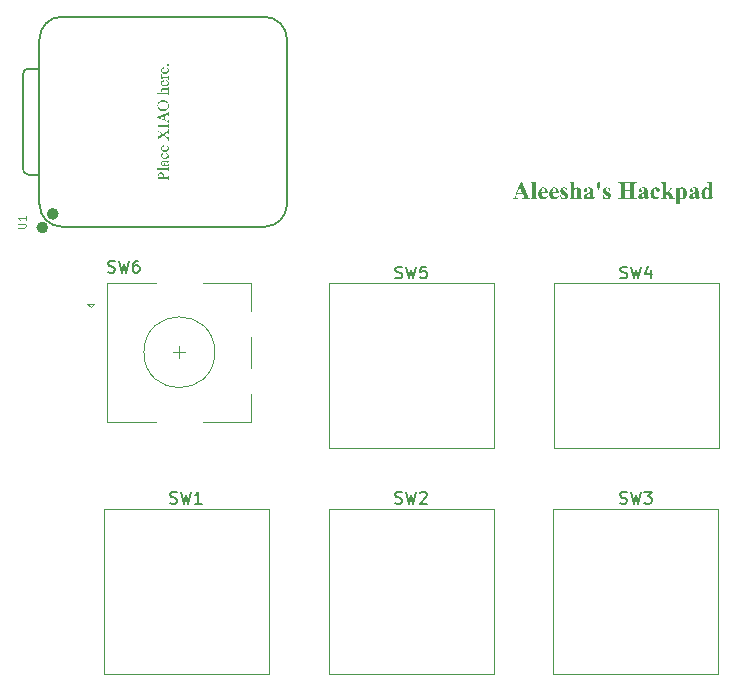
<source format=gto>
G04 #@! TF.GenerationSoftware,KiCad,Pcbnew,9.0.2*
G04 #@! TF.CreationDate,2025-08-01T12:28:15-04:00*
G04 #@! TF.ProjectId,hackpad,6861636b-7061-4642-9e6b-696361645f70,rev?*
G04 #@! TF.SameCoordinates,Original*
G04 #@! TF.FileFunction,Legend,Top*
G04 #@! TF.FilePolarity,Positive*
%FSLAX46Y46*%
G04 Gerber Fmt 4.6, Leading zero omitted, Abs format (unit mm)*
G04 Created by KiCad (PCBNEW 9.0.2) date 2025-08-01 12:28:15*
%MOMM*%
%LPD*%
G01*
G04 APERTURE LIST*
%ADD10C,0.300000*%
%ADD11C,0.150000*%
%ADD12C,0.101600*%
%ADD13C,0.120000*%
%ADD14C,0.127000*%
%ADD15C,0.100000*%
%ADD16C,0.504000*%
G04 APERTURE END LIST*
D10*
G36*
X79374997Y-49071590D02*
G01*
X79448085Y-49219583D01*
X79492875Y-49279685D01*
X79533008Y-49304581D01*
X79591243Y-49317329D01*
X79591243Y-49352500D01*
X78919057Y-49352500D01*
X78919057Y-49317329D01*
X78946717Y-49317329D01*
X79020885Y-49310394D01*
X79060473Y-49294156D01*
X79077191Y-49273979D01*
X79083005Y-49245613D01*
X79076868Y-49206595D01*
X79046093Y-49127552D01*
X78972363Y-48953895D01*
X78481526Y-48953895D01*
X78423091Y-49093114D01*
X78400651Y-49159189D01*
X78394423Y-49205771D01*
X78399907Y-49242355D01*
X78415409Y-49270571D01*
X78441501Y-49292507D01*
X78479492Y-49305050D01*
X78577880Y-49317329D01*
X78577880Y-49352500D01*
X78115711Y-49352500D01*
X78115711Y-49317329D01*
X78163324Y-49304964D01*
X78203889Y-49283997D01*
X78238627Y-49254222D01*
X78285604Y-49186990D01*
X78357512Y-49040632D01*
X78430682Y-48877691D01*
X78517430Y-48877691D01*
X78937466Y-48877691D01*
X78730562Y-48407829D01*
X78517430Y-48877691D01*
X78430682Y-48877691D01*
X78854485Y-47933937D01*
X78873994Y-47933937D01*
X79374997Y-49071590D01*
G37*
G36*
X80060373Y-47963246D02*
G01*
X80060373Y-49153197D01*
X80067968Y-49246082D01*
X80083912Y-49284631D01*
X80114992Y-49305677D01*
X80176144Y-49317329D01*
X80176144Y-49352500D01*
X79658654Y-49352500D01*
X79658654Y-49317329D01*
X79715909Y-49306156D01*
X79752902Y-49279959D01*
X79766565Y-49245717D01*
X79773418Y-49153197D01*
X79773418Y-48162548D01*
X79765805Y-48069984D01*
X79749788Y-48031390D01*
X79718881Y-48010153D01*
X79658654Y-47998417D01*
X79658654Y-47963246D01*
X80060373Y-47963246D01*
G37*
G36*
X80782002Y-48375074D02*
G01*
X80846439Y-48396868D01*
X80907026Y-48433685D01*
X80964743Y-48487422D01*
X81009341Y-48549549D01*
X81044184Y-48627178D01*
X81068382Y-48723523D01*
X81080056Y-48842520D01*
X80554415Y-48842520D01*
X80565144Y-48936593D01*
X80586241Y-49016028D01*
X80616629Y-49083094D01*
X80655898Y-49139642D01*
X80707535Y-49187159D01*
X80763525Y-49214406D01*
X80825983Y-49223539D01*
X80884691Y-49214909D01*
X80937632Y-49189101D01*
X80985662Y-49145429D01*
X81045252Y-49065270D01*
X81080056Y-49088717D01*
X81021951Y-49191634D01*
X80964572Y-49265182D01*
X80907865Y-49315222D01*
X80842320Y-49351965D01*
X80770178Y-49374181D01*
X80689695Y-49381809D01*
X80605772Y-49374770D01*
X80533322Y-49354670D01*
X80470269Y-49322249D01*
X80415089Y-49277167D01*
X80366928Y-49218044D01*
X80319239Y-49126259D01*
X80289376Y-49018320D01*
X80278818Y-48890606D01*
X80287772Y-48771495D01*
X80296462Y-48736733D01*
X80549286Y-48736733D01*
X80549286Y-48772178D01*
X80827998Y-48772178D01*
X80822386Y-48621862D01*
X80810046Y-48548422D01*
X80786216Y-48493539D01*
X80754267Y-48456281D01*
X80730040Y-48442900D01*
X80696839Y-48438054D01*
X80663999Y-48443601D01*
X80635404Y-48460195D01*
X80609736Y-48489712D01*
X80577808Y-48552695D01*
X80556941Y-48633522D01*
X80549286Y-48736733D01*
X80296462Y-48736733D01*
X80313098Y-48670188D01*
X80353374Y-48583643D01*
X80408419Y-48509495D01*
X80478115Y-48445883D01*
X80551111Y-48402259D01*
X80628569Y-48376431D01*
X80712226Y-48367712D01*
X80782002Y-48375074D01*
G37*
G36*
X81714033Y-48375074D02*
G01*
X81778470Y-48396868D01*
X81839057Y-48433685D01*
X81896774Y-48487422D01*
X81941372Y-48549549D01*
X81976215Y-48627178D01*
X82000412Y-48723523D01*
X82012087Y-48842520D01*
X81486446Y-48842520D01*
X81497175Y-48936593D01*
X81518271Y-49016028D01*
X81548660Y-49083094D01*
X81587929Y-49139642D01*
X81639566Y-49187159D01*
X81695556Y-49214406D01*
X81758013Y-49223539D01*
X81816721Y-49214909D01*
X81869663Y-49189101D01*
X81917693Y-49145429D01*
X81977282Y-49065270D01*
X82012087Y-49088717D01*
X81953982Y-49191634D01*
X81896602Y-49265182D01*
X81839896Y-49315222D01*
X81774351Y-49351965D01*
X81702209Y-49374181D01*
X81621726Y-49381809D01*
X81537803Y-49374770D01*
X81465353Y-49354670D01*
X81402300Y-49322249D01*
X81347120Y-49277167D01*
X81298959Y-49218044D01*
X81251270Y-49126259D01*
X81221407Y-49018320D01*
X81210848Y-48890606D01*
X81219802Y-48771495D01*
X81228493Y-48736733D01*
X81481317Y-48736733D01*
X81481317Y-48772178D01*
X81760028Y-48772178D01*
X81754417Y-48621862D01*
X81742076Y-48548422D01*
X81718247Y-48493539D01*
X81686297Y-48456281D01*
X81662071Y-48442900D01*
X81628870Y-48438054D01*
X81596029Y-48443601D01*
X81567435Y-48460195D01*
X81541767Y-48489712D01*
X81509839Y-48552695D01*
X81488972Y-48633522D01*
X81481317Y-48736733D01*
X81228493Y-48736733D01*
X81245129Y-48670188D01*
X81285404Y-48583643D01*
X81340450Y-48509495D01*
X81410145Y-48445883D01*
X81483142Y-48402259D01*
X81560600Y-48376431D01*
X81644257Y-48367712D01*
X81714033Y-48375074D01*
G37*
G36*
X82738221Y-48373574D02*
G01*
X82753608Y-48701837D01*
X82718712Y-48701837D01*
X82671642Y-48602019D01*
X82628529Y-48535411D01*
X82589111Y-48493833D01*
X82542126Y-48461590D01*
X82497967Y-48443741D01*
X82455388Y-48438054D01*
X82416316Y-48445192D01*
X82383580Y-48466448D01*
X82361132Y-48497374D01*
X82353905Y-48531844D01*
X82358810Y-48558524D01*
X82374421Y-48585424D01*
X82423573Y-48632204D01*
X82557786Y-48730138D01*
X82656824Y-48803094D01*
X82719759Y-48860081D01*
X82756081Y-48904253D01*
X82782557Y-48953802D01*
X82798414Y-49006847D01*
X82803800Y-49064446D01*
X82793988Y-49143315D01*
X82763775Y-49222165D01*
X82733186Y-49270053D01*
X82695815Y-49309238D01*
X82651118Y-49340593D01*
X82575069Y-49371370D01*
X82490284Y-49381809D01*
X82416978Y-49372894D01*
X82306827Y-49340043D01*
X82264787Y-49329052D01*
X82235545Y-49339381D01*
X82208458Y-49375947D01*
X82174661Y-49375947D01*
X82158266Y-49030099D01*
X82193071Y-49030099D01*
X82229881Y-49120666D01*
X82272232Y-49189735D01*
X82319558Y-49241125D01*
X82376141Y-49282513D01*
X82426234Y-49304636D01*
X82471782Y-49311467D01*
X82517105Y-49303626D01*
X82552199Y-49281058D01*
X82575641Y-49247405D01*
X82583432Y-49207419D01*
X82575656Y-49161075D01*
X82552657Y-49121873D01*
X82511211Y-49083161D01*
X82415362Y-49012697D01*
X82274645Y-48906599D01*
X82212488Y-48845726D01*
X82174517Y-48786631D01*
X82152320Y-48724953D01*
X82144894Y-48659247D01*
X82153276Y-48587849D01*
X82178306Y-48521307D01*
X82221189Y-48457930D01*
X82262362Y-48419389D01*
X82311671Y-48391480D01*
X82370774Y-48373948D01*
X82442015Y-48367712D01*
X82518137Y-48376983D01*
X82592683Y-48405265D01*
X82619552Y-48417247D01*
X82637745Y-48420469D01*
X82667421Y-48413416D01*
X82703325Y-48373574D01*
X82738221Y-48373574D01*
G37*
G36*
X83340341Y-47963246D02*
G01*
X83340341Y-48521677D01*
X83420096Y-48446336D01*
X83484780Y-48402609D01*
X83552054Y-48376331D01*
X83621067Y-48367712D01*
X83679399Y-48373644D01*
X83730287Y-48390778D01*
X83775307Y-48419003D01*
X83829235Y-48475734D01*
X83860303Y-48539537D01*
X83874950Y-48620624D01*
X83881369Y-48772911D01*
X83881369Y-49147336D01*
X83888183Y-49245659D01*
X83901885Y-49283257D01*
X83929473Y-49303770D01*
X83984867Y-49317329D01*
X83984867Y-49352500D01*
X83499159Y-49352500D01*
X83499159Y-49317329D01*
X83544972Y-49303029D01*
X83576004Y-49276571D01*
X83588319Y-49240337D01*
X83594414Y-49147336D01*
X83594414Y-48721071D01*
X83591301Y-48613230D01*
X83585163Y-48572327D01*
X83572522Y-48545064D01*
X83553931Y-48525249D01*
X83530525Y-48512608D01*
X83504289Y-48508396D01*
X83464572Y-48515129D01*
X83424330Y-48536423D01*
X83386951Y-48571467D01*
X83340341Y-48634792D01*
X83340341Y-49147336D01*
X83345492Y-49239548D01*
X83355728Y-49274556D01*
X83383098Y-49301283D01*
X83435595Y-49317329D01*
X83435595Y-49352500D01*
X82949888Y-49352500D01*
X82949888Y-49317329D01*
X83003814Y-49303593D01*
X83035983Y-49278677D01*
X83047399Y-49245339D01*
X83053386Y-49147336D01*
X83053386Y-48168410D01*
X83046736Y-48070410D01*
X83033419Y-48033222D01*
X83006185Y-48012780D01*
X82949888Y-47998417D01*
X82949888Y-47963246D01*
X83340341Y-47963246D01*
G37*
G36*
X84686277Y-48374853D02*
G01*
X84756910Y-48394453D01*
X84812667Y-48424774D01*
X84861798Y-48466223D01*
X84895174Y-48507230D01*
X84915615Y-48548330D01*
X84925239Y-48604221D01*
X84929995Y-48743144D01*
X84929995Y-49109508D01*
X84935124Y-49190750D01*
X84950512Y-49215479D01*
X84974050Y-49223539D01*
X84999609Y-49217417D01*
X85028364Y-49196428D01*
X85059139Y-49214014D01*
X85004503Y-49284785D01*
X84953076Y-49328594D01*
X84895072Y-49355172D01*
X84828604Y-49364223D01*
X84775279Y-49359344D01*
X84733389Y-49345920D01*
X84700468Y-49324931D01*
X84674740Y-49295783D01*
X84655773Y-49256973D01*
X84644139Y-49205954D01*
X84549289Y-49281858D01*
X84466798Y-49330055D01*
X84394339Y-49356145D01*
X84329524Y-49364223D01*
X84277072Y-49358063D01*
X84232231Y-49340288D01*
X84193237Y-49310734D01*
X84163147Y-49272219D01*
X84145143Y-49228133D01*
X84138923Y-49176736D01*
X84148943Y-49107937D01*
X84160180Y-49084046D01*
X84419741Y-49084046D01*
X84428088Y-49127895D01*
X84453538Y-49166661D01*
X84483344Y-49186968D01*
X84525254Y-49194230D01*
X84557710Y-49188887D01*
X84596580Y-49170827D01*
X84644139Y-49135612D01*
X84644139Y-48817791D01*
X84564392Y-48870291D01*
X84503945Y-48921935D01*
X84459675Y-48972855D01*
X84429244Y-49029531D01*
X84419741Y-49084046D01*
X84160180Y-49084046D01*
X84179370Y-49043247D01*
X84233170Y-48980548D01*
X84302844Y-48927595D01*
X84431429Y-48852528D01*
X84644139Y-48748640D01*
X84644139Y-48649996D01*
X84640183Y-48548886D01*
X84632324Y-48509953D01*
X84615969Y-48483684D01*
X84587719Y-48459578D01*
X84553088Y-48443493D01*
X84513989Y-48438054D01*
X84451587Y-48446124D01*
X84404354Y-48468463D01*
X84383904Y-48489687D01*
X84377701Y-48512518D01*
X84383620Y-48534734D01*
X84406369Y-48567106D01*
X84436442Y-48613469D01*
X84445295Y-48654209D01*
X84435958Y-48701793D01*
X84407834Y-48741862D01*
X84365644Y-48768640D01*
X84310015Y-48778040D01*
X84250078Y-48768063D01*
X84201938Y-48739114D01*
X84168995Y-48696112D01*
X84158432Y-48647798D01*
X84164571Y-48600558D01*
X84183425Y-48553947D01*
X84216776Y-48506748D01*
X84259197Y-48466691D01*
X84312856Y-48432242D01*
X84379716Y-48403616D01*
X84486085Y-48376728D01*
X84596970Y-48367712D01*
X84686277Y-48374853D01*
G37*
G36*
X85414695Y-48613909D02*
G01*
X85365511Y-48613909D01*
X85257891Y-48223273D01*
X85242236Y-48151756D01*
X85237375Y-48089367D01*
X85242375Y-48046816D01*
X85256825Y-48010314D01*
X85280881Y-47978450D01*
X85312247Y-47953672D01*
X85347530Y-47938976D01*
X85388042Y-47933937D01*
X85434341Y-47939561D01*
X85470982Y-47955331D01*
X85500241Y-47981015D01*
X85530111Y-48030748D01*
X85539717Y-48083230D01*
X85534877Y-48134606D01*
X85516178Y-48222266D01*
X85414695Y-48613909D01*
G37*
G36*
X86353504Y-48373574D02*
G01*
X86368891Y-48701837D01*
X86333995Y-48701837D01*
X86286924Y-48602019D01*
X86243812Y-48535411D01*
X86204393Y-48493833D01*
X86157408Y-48461590D01*
X86113250Y-48443741D01*
X86070670Y-48438054D01*
X86031598Y-48445192D01*
X85998863Y-48466448D01*
X85976414Y-48497374D01*
X85969187Y-48531844D01*
X85974093Y-48558524D01*
X85989704Y-48585424D01*
X86038855Y-48632204D01*
X86173069Y-48730138D01*
X86272107Y-48803094D01*
X86335041Y-48860081D01*
X86371364Y-48904253D01*
X86397840Y-48953802D01*
X86413697Y-49006847D01*
X86419083Y-49064446D01*
X86409271Y-49143315D01*
X86379057Y-49222165D01*
X86348469Y-49270053D01*
X86311098Y-49309238D01*
X86266400Y-49340593D01*
X86190352Y-49371370D01*
X86105567Y-49381809D01*
X86032261Y-49372894D01*
X85922110Y-49340043D01*
X85880069Y-49329052D01*
X85850828Y-49339381D01*
X85823741Y-49375947D01*
X85789944Y-49375947D01*
X85773549Y-49030099D01*
X85808353Y-49030099D01*
X85845164Y-49120666D01*
X85887515Y-49189735D01*
X85934841Y-49241125D01*
X85991424Y-49282513D01*
X86041516Y-49304636D01*
X86087065Y-49311467D01*
X86132387Y-49303626D01*
X86167482Y-49281058D01*
X86190923Y-49247405D01*
X86198715Y-49207419D01*
X86190939Y-49161075D01*
X86167940Y-49121873D01*
X86126493Y-49083161D01*
X86030645Y-49012697D01*
X85889928Y-48906599D01*
X85827771Y-48845726D01*
X85789799Y-48786631D01*
X85767603Y-48724953D01*
X85760177Y-48659247D01*
X85768559Y-48587849D01*
X85793589Y-48521307D01*
X85836472Y-48457930D01*
X85877645Y-48419389D01*
X85926953Y-48391480D01*
X85986056Y-48373948D01*
X86057298Y-48367712D01*
X86133420Y-48376983D01*
X86207965Y-48405265D01*
X86234834Y-48417247D01*
X86253028Y-48420469D01*
X86282704Y-48413416D01*
X86318607Y-48373574D01*
X86353504Y-48373574D01*
G37*
G36*
X87591906Y-48684251D02*
G01*
X87591906Y-49112165D01*
X87595857Y-49211582D01*
X87603630Y-49249002D01*
X87620201Y-49273682D01*
X87649792Y-49296812D01*
X87687875Y-49311678D01*
X87742574Y-49317329D01*
X87788644Y-49317329D01*
X87788644Y-49352500D01*
X87062144Y-49352500D01*
X87062144Y-49317329D01*
X87108214Y-49317329D01*
X87164991Y-49311305D01*
X87205575Y-49295255D01*
X87228531Y-49276008D01*
X87246608Y-49244697D01*
X87254034Y-49209501D01*
X87257874Y-49112165D01*
X87257874Y-48203581D01*
X87254074Y-48104161D01*
X87246608Y-48066836D01*
X87230453Y-48042104D01*
X87200996Y-48018934D01*
X87162913Y-48004068D01*
X87108214Y-47998417D01*
X87062144Y-47998417D01*
X87062144Y-47963246D01*
X87788644Y-47963246D01*
X87788644Y-47998417D01*
X87742574Y-47998417D01*
X87685865Y-48004435D01*
X87645212Y-48020491D01*
X87622046Y-48039706D01*
X87603172Y-48071049D01*
X87595746Y-48106244D01*
X87591906Y-48203581D01*
X87591906Y-48596324D01*
X88082743Y-48596324D01*
X88082743Y-48203581D01*
X88078943Y-48104161D01*
X88071477Y-48066836D01*
X88055232Y-48042143D01*
X88025315Y-48018934D01*
X87986838Y-48004053D01*
X87932076Y-47998417D01*
X87887013Y-47998417D01*
X87887013Y-47963246D01*
X88612506Y-47963246D01*
X88612506Y-47998417D01*
X88567443Y-47998417D01*
X88509918Y-48004499D01*
X88470082Y-48020491D01*
X88446915Y-48039706D01*
X88428041Y-48071049D01*
X88420615Y-48106244D01*
X88416776Y-48203581D01*
X88416776Y-49112165D01*
X88420573Y-49211594D01*
X88428041Y-49249002D01*
X88444263Y-49273625D01*
X88474112Y-49296812D01*
X88512668Y-49311696D01*
X88567443Y-49317329D01*
X88612506Y-49317329D01*
X88612506Y-49352500D01*
X87887013Y-49352500D01*
X87887013Y-49317329D01*
X87932076Y-49317329D01*
X87989600Y-49311247D01*
X88029437Y-49295255D01*
X88052603Y-49276039D01*
X88071477Y-49244697D01*
X88078903Y-49209501D01*
X88082743Y-49112165D01*
X88082743Y-48684251D01*
X87591906Y-48684251D01*
G37*
G36*
X89292209Y-48374853D02*
G01*
X89362842Y-48394453D01*
X89418599Y-48424774D01*
X89467730Y-48466223D01*
X89501106Y-48507230D01*
X89521547Y-48548330D01*
X89531170Y-48604221D01*
X89535927Y-48743144D01*
X89535927Y-49109508D01*
X89541056Y-49190750D01*
X89556443Y-49215479D01*
X89579982Y-49223539D01*
X89605541Y-49217417D01*
X89634296Y-49196428D01*
X89665070Y-49214014D01*
X89610434Y-49284785D01*
X89559008Y-49328594D01*
X89501004Y-49355172D01*
X89434535Y-49364223D01*
X89381211Y-49359344D01*
X89339321Y-49345920D01*
X89306400Y-49324931D01*
X89280672Y-49295783D01*
X89261704Y-49256973D01*
X89250071Y-49205954D01*
X89155221Y-49281858D01*
X89072729Y-49330055D01*
X89000271Y-49356145D01*
X88935456Y-49364223D01*
X88883003Y-49358063D01*
X88838162Y-49340288D01*
X88799168Y-49310734D01*
X88769079Y-49272219D01*
X88751075Y-49228133D01*
X88744855Y-49176736D01*
X88754874Y-49107937D01*
X88766111Y-49084046D01*
X89025673Y-49084046D01*
X89034020Y-49127895D01*
X89059470Y-49166661D01*
X89089276Y-49186968D01*
X89131186Y-49194230D01*
X89163642Y-49188887D01*
X89202512Y-49170827D01*
X89250071Y-49135612D01*
X89250071Y-48817791D01*
X89170324Y-48870291D01*
X89109877Y-48921935D01*
X89065607Y-48972855D01*
X89035176Y-49029531D01*
X89025673Y-49084046D01*
X88766111Y-49084046D01*
X88785301Y-49043247D01*
X88839102Y-48980548D01*
X88908775Y-48927595D01*
X89037361Y-48852528D01*
X89250071Y-48748640D01*
X89250071Y-48649996D01*
X89246115Y-48548886D01*
X89238256Y-48509953D01*
X89221901Y-48483684D01*
X89193651Y-48459578D01*
X89159020Y-48443493D01*
X89119920Y-48438054D01*
X89057518Y-48446124D01*
X89010286Y-48468463D01*
X88989835Y-48489687D01*
X88983633Y-48512518D01*
X88989552Y-48534734D01*
X89012301Y-48567106D01*
X89042373Y-48613469D01*
X89051227Y-48654209D01*
X89041890Y-48701793D01*
X89013766Y-48741862D01*
X88971576Y-48768640D01*
X88915947Y-48778040D01*
X88856009Y-48768063D01*
X88807869Y-48739114D01*
X88774926Y-48696112D01*
X88764364Y-48647798D01*
X88770503Y-48600558D01*
X88789357Y-48553947D01*
X88822707Y-48506748D01*
X88865128Y-48466691D01*
X88918788Y-48432242D01*
X88985648Y-48403616D01*
X89092017Y-48376728D01*
X89202902Y-48367712D01*
X89292209Y-48374853D01*
G37*
G36*
X90552404Y-49105387D02*
G01*
X90584187Y-49129933D01*
X90533542Y-49210180D01*
X90477421Y-49272595D01*
X90415659Y-49319618D01*
X90346274Y-49354432D01*
X90275087Y-49374954D01*
X90200970Y-49381809D01*
X90108203Y-49372419D01*
X90027788Y-49345374D01*
X89957136Y-49300950D01*
X89894597Y-49237553D01*
X89844852Y-49162593D01*
X89809212Y-49080706D01*
X89787366Y-48990593D01*
X89779834Y-48890606D01*
X89786625Y-48794015D01*
X89806447Y-48705325D01*
X89838934Y-48623259D01*
X89884339Y-48546773D01*
X89939526Y-48481365D01*
X90000811Y-48431917D01*
X90068945Y-48396736D01*
X90145296Y-48375181D01*
X90231744Y-48367712D01*
X90328155Y-48376845D01*
X90405522Y-48402244D01*
X90467866Y-48442451D01*
X90518355Y-48496651D01*
X90546397Y-48551570D01*
X90555519Y-48609146D01*
X90546303Y-48662585D01*
X90520164Y-48702295D01*
X90480189Y-48727998D01*
X90427474Y-48737008D01*
X90371720Y-48726808D01*
X90327457Y-48696982D01*
X90306614Y-48667428D01*
X90289835Y-48621771D01*
X90278822Y-48554192D01*
X90267063Y-48495474D01*
X90249146Y-48463700D01*
X90223142Y-48444311D01*
X90193734Y-48438054D01*
X90163568Y-48443460D01*
X90135960Y-48460035D01*
X90109745Y-48490261D01*
X90082352Y-48545651D01*
X90063590Y-48623793D01*
X90056439Y-48731695D01*
X90067286Y-48864301D01*
X90099487Y-48990074D01*
X90133719Y-49069046D01*
X90173144Y-49129158D01*
X90217364Y-49173714D01*
X90256852Y-49197978D01*
X90300830Y-49212633D01*
X90350538Y-49217677D01*
X90399377Y-49211833D01*
X90445792Y-49194230D01*
X90491065Y-49163509D01*
X90552404Y-49105387D01*
G37*
G36*
X91091967Y-47963246D02*
G01*
X91091967Y-48871646D01*
X91314351Y-48654301D01*
X91375271Y-48592670D01*
X91399897Y-48560420D01*
X91412833Y-48530843D01*
X91416841Y-48503817D01*
X91411280Y-48479073D01*
X91394218Y-48458479D01*
X91365622Y-48444264D01*
X91306107Y-48432192D01*
X91306107Y-48397021D01*
X91735486Y-48397021D01*
X91735486Y-48432192D01*
X91676817Y-48441101D01*
X91627867Y-48460677D01*
X91572928Y-48500673D01*
X91447524Y-48613909D01*
X91343019Y-48716674D01*
X91568424Y-49050982D01*
X91693553Y-49231807D01*
X91730357Y-49278128D01*
X91769346Y-49305270D01*
X91818468Y-49317329D01*
X91818468Y-49352500D01*
X91323601Y-49352500D01*
X91323601Y-49317329D01*
X91353558Y-49313760D01*
X91371229Y-49304872D01*
X91382637Y-49291298D01*
X91386066Y-49277761D01*
X91378335Y-49250197D01*
X91343019Y-49189284D01*
X91153425Y-48907184D01*
X91091967Y-48968550D01*
X91091967Y-49147336D01*
X91098752Y-49245667D01*
X91112392Y-49283257D01*
X91140113Y-49303727D01*
X91196473Y-49317329D01*
X91196473Y-49352500D01*
X90701606Y-49352500D01*
X90701606Y-49317329D01*
X90755532Y-49303593D01*
X90787702Y-49278677D01*
X90799118Y-49245339D01*
X90805104Y-49147336D01*
X90805104Y-48168410D01*
X90798455Y-48070410D01*
X90785137Y-48033222D01*
X90757903Y-48012780D01*
X90701606Y-47998417D01*
X90701606Y-47963246D01*
X91091967Y-47963246D01*
G37*
G36*
X92573613Y-48375075D02*
G01*
X92637156Y-48396983D01*
X92697559Y-48434207D01*
X92749706Y-48483039D01*
X92793578Y-48543680D01*
X92829267Y-48617939D01*
X92854086Y-48697151D01*
X92869190Y-48780979D01*
X92874330Y-48870181D01*
X92868932Y-48966141D01*
X92853230Y-49054317D01*
X92827710Y-49135703D01*
X92790665Y-49211649D01*
X92745592Y-49271958D01*
X92692430Y-49318886D01*
X92630933Y-49353941D01*
X92565658Y-49374769D01*
X92495234Y-49381809D01*
X92418636Y-49373052D01*
X92347681Y-49347004D01*
X92297927Y-49313219D01*
X92240061Y-49255779D01*
X92240061Y-49616282D01*
X92243739Y-49684500D01*
X92251785Y-49717215D01*
X92266926Y-49740518D01*
X92288147Y-49756325D01*
X92318759Y-49764784D01*
X92384501Y-49768689D01*
X92384501Y-49803860D01*
X91838343Y-49803860D01*
X91838343Y-49768689D01*
X91895724Y-49757884D01*
X91932590Y-49732694D01*
X91946302Y-49699162D01*
X91953107Y-49610420D01*
X91953107Y-48640287D01*
X92240061Y-48640287D01*
X92240061Y-49151366D01*
X92289481Y-49210653D01*
X92336700Y-49248554D01*
X92382605Y-49269545D01*
X92428647Y-49276296D01*
X92462427Y-49270179D01*
X92492352Y-49251619D01*
X92519781Y-49217952D01*
X92545696Y-49156722D01*
X92565170Y-49053372D01*
X92573087Y-48890239D01*
X92564504Y-48723286D01*
X92543252Y-48616061D01*
X92514651Y-48551261D01*
X92484901Y-48516977D01*
X92450642Y-48497435D01*
X92410146Y-48490811D01*
X92364232Y-48498811D01*
X92321504Y-48523430D01*
X92280218Y-48568335D01*
X92240061Y-48640287D01*
X91953107Y-48640287D01*
X91953107Y-48596324D01*
X91945484Y-48503448D01*
X91929476Y-48464890D01*
X91898591Y-48443812D01*
X91838343Y-48432192D01*
X91838343Y-48397021D01*
X92240061Y-48397021D01*
X92240061Y-48523051D01*
X92293265Y-48456927D01*
X92342552Y-48416439D01*
X92394133Y-48389262D01*
X92448124Y-48373139D01*
X92505492Y-48367712D01*
X92573613Y-48375075D01*
G37*
G36*
X93606514Y-48374853D02*
G01*
X93677148Y-48394453D01*
X93732904Y-48424774D01*
X93782035Y-48466223D01*
X93815411Y-48507230D01*
X93835853Y-48548330D01*
X93845476Y-48604221D01*
X93850232Y-48743144D01*
X93850232Y-49109508D01*
X93855362Y-49190750D01*
X93870749Y-49215479D01*
X93894288Y-49223539D01*
X93919847Y-49217417D01*
X93948601Y-49196428D01*
X93979376Y-49214014D01*
X93924740Y-49284785D01*
X93873313Y-49328594D01*
X93815309Y-49355172D01*
X93748841Y-49364223D01*
X93695517Y-49359344D01*
X93653627Y-49345920D01*
X93620705Y-49324931D01*
X93594977Y-49295783D01*
X93576010Y-49256973D01*
X93564377Y-49205954D01*
X93469526Y-49281858D01*
X93387035Y-49330055D01*
X93314577Y-49356145D01*
X93249761Y-49364223D01*
X93197309Y-49358063D01*
X93152468Y-49340288D01*
X93113474Y-49310734D01*
X93083385Y-49272219D01*
X93065381Y-49228133D01*
X93059160Y-49176736D01*
X93069180Y-49107937D01*
X93080417Y-49084046D01*
X93339979Y-49084046D01*
X93348325Y-49127895D01*
X93373776Y-49166661D01*
X93403581Y-49186968D01*
X93445491Y-49194230D01*
X93477948Y-49188887D01*
X93516817Y-49170827D01*
X93564377Y-49135612D01*
X93564377Y-48817791D01*
X93484630Y-48870291D01*
X93424182Y-48921935D01*
X93379912Y-48972855D01*
X93349481Y-49029531D01*
X93339979Y-49084046D01*
X93080417Y-49084046D01*
X93099607Y-49043247D01*
X93153408Y-48980548D01*
X93223081Y-48927595D01*
X93351666Y-48852528D01*
X93564377Y-48748640D01*
X93564377Y-48649996D01*
X93560421Y-48548886D01*
X93552561Y-48509953D01*
X93536207Y-48483684D01*
X93507957Y-48459578D01*
X93473326Y-48443493D01*
X93434226Y-48438054D01*
X93371824Y-48446124D01*
X93324591Y-48468463D01*
X93304141Y-48489687D01*
X93297938Y-48512518D01*
X93303858Y-48534734D01*
X93326606Y-48567106D01*
X93356679Y-48613469D01*
X93365532Y-48654209D01*
X93356196Y-48701793D01*
X93328072Y-48741862D01*
X93285881Y-48768640D01*
X93230252Y-48778040D01*
X93170315Y-48768063D01*
X93122175Y-48739114D01*
X93089232Y-48696112D01*
X93078669Y-48647798D01*
X93084808Y-48600558D01*
X93103662Y-48553947D01*
X93137013Y-48506748D01*
X93179434Y-48466691D01*
X93233094Y-48432242D01*
X93299953Y-48403616D01*
X93406323Y-48376728D01*
X93517207Y-48367712D01*
X93606514Y-48374853D01*
G37*
G36*
X95016278Y-49071132D02*
G01*
X95018467Y-49170248D01*
X95022415Y-49201008D01*
X95034742Y-49230525D01*
X95053647Y-49250284D01*
X95081552Y-49262392D01*
X95134156Y-49270434D01*
X95134156Y-49305605D01*
X94729415Y-49381809D01*
X94729415Y-49230134D01*
X94655847Y-49308622D01*
X94599814Y-49350118D01*
X94539994Y-49373695D01*
X94471220Y-49381809D01*
X94384021Y-49371504D01*
X94308235Y-49341563D01*
X94241119Y-49291444D01*
X94181243Y-49218044D01*
X94134590Y-49125781D01*
X94105430Y-49018097D01*
X94095147Y-48891613D01*
X94097849Y-48847375D01*
X94395382Y-48847375D01*
X94403285Y-49018280D01*
X94422035Y-49117935D01*
X94455544Y-49197000D01*
X94494759Y-49244972D01*
X94521450Y-49259292D01*
X94559330Y-49264572D01*
X94599073Y-49257402D01*
X94639667Y-49234474D01*
X94682822Y-49191295D01*
X94729415Y-49120774D01*
X94729415Y-48608047D01*
X94685251Y-48541434D01*
X94640199Y-48498912D01*
X94593661Y-48475151D01*
X94543943Y-48467363D01*
X94508697Y-48472740D01*
X94481478Y-48487971D01*
X94449211Y-48528268D01*
X94419471Y-48600628D01*
X94402512Y-48691874D01*
X94395382Y-48847375D01*
X94097849Y-48847375D01*
X94101371Y-48789701D01*
X94119340Y-48697902D01*
X94148361Y-48614825D01*
X94189730Y-48537737D01*
X94238362Y-48476952D01*
X94294357Y-48430177D01*
X94358473Y-48395166D01*
X94424537Y-48374587D01*
X94493751Y-48367712D01*
X94559625Y-48374475D01*
X94615659Y-48393816D01*
X94667714Y-48427196D01*
X94729415Y-48484949D01*
X94729415Y-48197719D01*
X94726182Y-48093985D01*
X94720164Y-48059508D01*
X94704458Y-48032042D01*
X94683253Y-48013438D01*
X94653021Y-48003070D01*
X94591113Y-47998417D01*
X94591113Y-47963246D01*
X95016278Y-47963246D01*
X95016278Y-49071132D01*
G37*
D11*
G36*
X48370717Y-47088388D02*
G01*
X48419156Y-47102605D01*
X48461829Y-47125739D01*
X48499689Y-47158240D01*
X48529565Y-47197462D01*
X48551666Y-47244626D01*
X48565734Y-47301333D01*
X48570764Y-47369632D01*
X48566001Y-47442111D01*
X48551652Y-47525398D01*
X48821113Y-47525398D01*
X48880481Y-47522327D01*
X48913409Y-47515183D01*
X48929556Y-47506286D01*
X48945669Y-47487009D01*
X48955869Y-47461477D01*
X48959598Y-47427701D01*
X48959598Y-47392225D01*
X48985000Y-47392225D01*
X48985000Y-47789119D01*
X48959598Y-47789119D01*
X48959598Y-47754254D01*
X48954876Y-47717097D01*
X48942002Y-47689949D01*
X48921374Y-47670234D01*
X48892808Y-47661065D01*
X48820990Y-47656557D01*
X48222840Y-47656557D01*
X48163357Y-47659528D01*
X48130398Y-47666433D01*
X48114274Y-47674997D01*
X48098130Y-47694714D01*
X48087942Y-47720502D01*
X48084232Y-47754254D01*
X48084232Y-47789119D01*
X48058831Y-47789119D01*
X48058831Y-47449561D01*
X48059383Y-47435944D01*
X48112564Y-47435944D01*
X48115422Y-47472932D01*
X48125570Y-47525398D01*
X48512145Y-47525398D01*
X48522404Y-47461223D01*
X48525823Y-47413352D01*
X48519748Y-47368356D01*
X48501728Y-47327975D01*
X48470685Y-47290803D01*
X48431164Y-47262607D01*
X48384204Y-47245300D01*
X48327742Y-47239207D01*
X48269264Y-47245435D01*
X48215757Y-47263814D01*
X48183565Y-47282881D01*
X48158008Y-47306020D01*
X48138271Y-47333484D01*
X48119153Y-47380990D01*
X48112564Y-47435944D01*
X48059383Y-47435944D01*
X48062203Y-47366321D01*
X48071224Y-47302153D01*
X48084476Y-47253556D01*
X48105442Y-47208302D01*
X48134073Y-47168199D01*
X48170938Y-47132656D01*
X48213696Y-47105457D01*
X48261308Y-47089075D01*
X48315163Y-47083441D01*
X48370717Y-47088388D01*
G37*
G36*
X48011936Y-46775756D02*
G01*
X48842667Y-46775756D01*
X48896515Y-46773020D01*
X48920642Y-46767207D01*
X48937514Y-46756308D01*
X48949706Y-46740890D01*
X48956527Y-46719133D01*
X48959598Y-46674639D01*
X48985000Y-46674639D01*
X48985000Y-46981347D01*
X48959598Y-46981347D01*
X48956848Y-46941912D01*
X48950744Y-46922668D01*
X48939323Y-46908972D01*
X48921313Y-46898060D01*
X48896075Y-46891954D01*
X48842667Y-46889146D01*
X48273825Y-46889146D01*
X48177674Y-46890802D01*
X48143583Y-46893969D01*
X48121862Y-46900794D01*
X48110427Y-46909296D01*
X48103840Y-46921027D01*
X48101512Y-46936284D01*
X48103891Y-46954938D01*
X48112442Y-46981347D01*
X48088506Y-46993010D01*
X48011936Y-46806469D01*
X48011936Y-46775756D01*
G37*
G36*
X48944323Y-46070582D02*
G01*
X48975231Y-46108486D01*
X48991652Y-46142411D01*
X48996723Y-46173758D01*
X48990777Y-46204178D01*
X48973520Y-46227064D01*
X48945296Y-46241213D01*
X48894263Y-46247581D01*
X48960154Y-46336081D01*
X48980359Y-46368481D01*
X48992601Y-46406401D01*
X48996723Y-46447005D01*
X48991644Y-46488377D01*
X48976985Y-46523524D01*
X48952515Y-46553922D01*
X48920738Y-46576824D01*
X48882540Y-46590940D01*
X48836133Y-46595932D01*
X48792830Y-46590619D01*
X48757182Y-46575477D01*
X48728954Y-46554055D01*
X48699990Y-46522405D01*
X48670109Y-46478146D01*
X48629455Y-46396402D01*
X48570764Y-46247581D01*
X48612773Y-46247581D01*
X48670109Y-46380754D01*
X48702257Y-46429245D01*
X48732208Y-46457996D01*
X48766242Y-46475451D01*
X48802978Y-46481199D01*
X48834234Y-46477776D01*
X48860777Y-46467964D01*
X48883639Y-46451829D01*
X48901815Y-46430646D01*
X48912188Y-46408343D01*
X48915635Y-46384174D01*
X48909925Y-46351202D01*
X48889591Y-46307025D01*
X48848162Y-46247581D01*
X48612773Y-46247581D01*
X48570764Y-46247581D01*
X48546095Y-46247581D01*
X48483506Y-46251827D01*
X48442632Y-46262485D01*
X48417196Y-46277317D01*
X48398231Y-46299331D01*
X48386450Y-46327495D01*
X48382208Y-46363718D01*
X48388324Y-46403283D01*
X48405289Y-46431984D01*
X48430641Y-46451704D01*
X48458290Y-46457935D01*
X48497735Y-46456592D01*
X48526341Y-46460918D01*
X48545973Y-46472650D01*
X48558588Y-46490896D01*
X48562948Y-46514660D01*
X48558456Y-46537785D01*
X48545240Y-46555998D01*
X48525075Y-46567779D01*
X48496880Y-46572057D01*
X48460425Y-46565932D01*
X48424982Y-46546862D01*
X48389230Y-46511974D01*
X48363182Y-46469219D01*
X48346355Y-46414098D01*
X48340198Y-46343202D01*
X48343687Y-46288127D01*
X48353334Y-46243161D01*
X48368225Y-46206548D01*
X48384851Y-46182210D01*
X48406679Y-46162520D01*
X48434476Y-46147136D01*
X48471506Y-46138801D01*
X48554766Y-46134863D01*
X48767257Y-46134863D01*
X48876922Y-46131443D01*
X48894948Y-46126403D01*
X48903911Y-46120208D01*
X48910750Y-46102073D01*
X48905926Y-46082900D01*
X48856100Y-46027579D01*
X48894324Y-46027579D01*
X48944323Y-46070582D01*
G37*
G36*
X48748328Y-45449273D02*
G01*
X48809264Y-45465925D01*
X48860317Y-45488206D01*
X48902896Y-45515703D01*
X48938105Y-45548374D01*
X48975680Y-45600490D01*
X48997344Y-45654412D01*
X49004539Y-45711590D01*
X48999062Y-45762599D01*
X48982806Y-45809903D01*
X48955255Y-45854597D01*
X48914902Y-45897398D01*
X48868177Y-45930920D01*
X48813338Y-45955573D01*
X48748843Y-45971137D01*
X48672735Y-45976654D01*
X48599764Y-45970748D01*
X48536478Y-45953866D01*
X48481178Y-45926653D01*
X48432583Y-45888910D01*
X48391569Y-45841975D01*
X48363081Y-45791823D01*
X48346012Y-45737615D01*
X48340198Y-45678129D01*
X48345984Y-45618374D01*
X48362357Y-45568508D01*
X48388742Y-45526515D01*
X48424063Y-45491494D01*
X48457227Y-45472868D01*
X48489614Y-45467042D01*
X48513230Y-45471342D01*
X48531379Y-45483772D01*
X48543054Y-45503032D01*
X48547316Y-45530545D01*
X48540496Y-45566702D01*
X48521427Y-45591361D01*
X48503451Y-45600180D01*
X48466960Y-45606749D01*
X48430563Y-45615955D01*
X48405594Y-45634409D01*
X48390659Y-45661627D01*
X48385139Y-45700660D01*
X48390941Y-45743817D01*
X48407683Y-45779891D01*
X48435881Y-45810630D01*
X48483530Y-45840465D01*
X48541818Y-45859236D01*
X48613506Y-45865951D01*
X48686825Y-45859613D01*
X48752512Y-45841210D01*
X48812015Y-45810997D01*
X48850746Y-45779978D01*
X48877051Y-45745461D01*
X48892687Y-45706743D01*
X48898049Y-45662436D01*
X48893012Y-45619435D01*
X48878026Y-45579706D01*
X48852437Y-45542207D01*
X48829244Y-45519963D01*
X48792749Y-45495656D01*
X48738803Y-45469118D01*
X48748328Y-45449273D01*
G37*
G36*
X48816496Y-44837147D02*
G01*
X48873190Y-44864588D01*
X48927419Y-44905100D01*
X48961461Y-44942185D01*
X48985240Y-44982773D01*
X48999604Y-45027644D01*
X49004539Y-45077963D01*
X48999047Y-45132316D01*
X48982896Y-45181894D01*
X48955850Y-45227856D01*
X48916734Y-45270976D01*
X48870760Y-45305054D01*
X48817115Y-45329989D01*
X48754339Y-45345667D01*
X48680551Y-45351209D01*
X48600223Y-45345401D01*
X48533151Y-45329123D01*
X48477040Y-45303517D01*
X48430080Y-45268900D01*
X48390524Y-45224795D01*
X48362788Y-45176346D01*
X48345983Y-45122612D01*
X48343865Y-45100494D01*
X48388070Y-45100494D01*
X48392857Y-45136520D01*
X48407232Y-45169990D01*
X48432217Y-45201916D01*
X48464206Y-45226859D01*
X48504499Y-45244445D01*
X48555132Y-45254184D01*
X48555132Y-44964573D01*
X48499449Y-44970639D01*
X48470258Y-44978922D01*
X48435868Y-45000283D01*
X48409991Y-45029786D01*
X48393429Y-45064769D01*
X48388070Y-45100494D01*
X48343865Y-45100494D01*
X48340198Y-45062209D01*
X48344764Y-45010749D01*
X48357922Y-44965527D01*
X48379398Y-44925361D01*
X48409624Y-44889407D01*
X48446196Y-44860461D01*
X48488516Y-44839473D01*
X48537690Y-44826366D01*
X48595188Y-44821752D01*
X48595188Y-45254184D01*
X48665098Y-45249664D01*
X48723633Y-45236335D01*
X48772722Y-45215194D01*
X48813907Y-45186590D01*
X48849658Y-45149575D01*
X48874001Y-45110947D01*
X48888337Y-45070080D01*
X48893164Y-45026000D01*
X48889255Y-44986189D01*
X48877905Y-44950887D01*
X48859153Y-44919144D01*
X48833537Y-44892489D01*
X48795800Y-44867005D01*
X48742711Y-44842940D01*
X48756449Y-44821752D01*
X48816496Y-44837147D01*
G37*
G36*
X48472028Y-43860901D02*
G01*
X48768417Y-43662148D01*
X48878492Y-43582313D01*
X48923756Y-43539538D01*
X48941743Y-43511321D01*
X48953796Y-43477884D01*
X48959598Y-43438055D01*
X48985000Y-43438055D01*
X48985000Y-43835622D01*
X48959598Y-43835622D01*
X48956851Y-43798625D01*
X48951416Y-43776881D01*
X48943633Y-43763817D01*
X48932609Y-43753312D01*
X48919585Y-43746287D01*
X48907025Y-43744092D01*
X48875640Y-43750259D01*
X48815495Y-43787811D01*
X48577908Y-43944920D01*
X48826425Y-44138971D01*
X48879364Y-44175852D01*
X48907025Y-44181958D01*
X48926847Y-44177429D01*
X48943234Y-44163518D01*
X48953557Y-44140385D01*
X48959598Y-44093176D01*
X48985000Y-44093176D01*
X48985000Y-44421743D01*
X48959598Y-44421743D01*
X48954078Y-44388395D01*
X48945249Y-44361660D01*
X48924575Y-44320596D01*
X48897438Y-44281059D01*
X48862279Y-44242826D01*
X48805298Y-44193620D01*
X48529426Y-43975023D01*
X48262468Y-44157411D01*
X48191149Y-44210415D01*
X48146015Y-44251775D01*
X48120136Y-44283807D01*
X48101294Y-44319704D01*
X48089290Y-44359269D01*
X48084232Y-44403303D01*
X48058831Y-44403303D01*
X48058831Y-43975023D01*
X48084232Y-43975023D01*
X48090655Y-44024777D01*
X48102001Y-44049823D01*
X48119228Y-44065320D01*
X48136805Y-44069973D01*
X48163830Y-44063507D01*
X48210566Y-44037183D01*
X48422875Y-43895095D01*
X48214658Y-43730414D01*
X48164160Y-43695304D01*
X48136133Y-43688771D01*
X48122560Y-43690842D01*
X48110854Y-43696953D01*
X48098580Y-43708665D01*
X48090704Y-43722965D01*
X48086644Y-43742812D01*
X48084232Y-43787811D01*
X48058831Y-43787811D01*
X48058831Y-43459243D01*
X48084232Y-43459243D01*
X48088655Y-43496200D01*
X48096505Y-43522746D01*
X48114911Y-43558076D01*
X48138881Y-43590402D01*
X48171992Y-43623198D01*
X48237189Y-43677169D01*
X48472028Y-43860901D01*
G37*
G36*
X48959598Y-42990053D02*
G01*
X48985000Y-42990053D01*
X48985000Y-43386947D01*
X48959598Y-43386947D01*
X48959598Y-43354158D01*
X48955403Y-43317489D01*
X48944033Y-43290546D01*
X48926137Y-43270871D01*
X48896284Y-43259842D01*
X48820990Y-43254446D01*
X48222840Y-43254446D01*
X48158429Y-43257294D01*
X48129966Y-43263299D01*
X48114658Y-43273205D01*
X48100596Y-43291326D01*
X48088280Y-43322219D01*
X48084232Y-43354158D01*
X48084232Y-43386947D01*
X48058831Y-43386947D01*
X48058831Y-42990053D01*
X48084232Y-42990053D01*
X48084232Y-43023575D01*
X48088410Y-43059786D01*
X48099765Y-43086532D01*
X48117693Y-43106190D01*
X48147612Y-43117684D01*
X48222840Y-43123287D01*
X48820990Y-43123287D01*
X48885401Y-43120439D01*
X48913864Y-43114433D01*
X48929124Y-43104418D01*
X48943234Y-43085735D01*
X48955532Y-43055414D01*
X48959598Y-43023575D01*
X48959598Y-42990053D01*
G37*
G36*
X48985000Y-42326628D02*
G01*
X48959598Y-42326628D01*
X48952629Y-42276372D01*
X48941280Y-42251829D01*
X48923672Y-42237085D01*
X48903178Y-42232350D01*
X48869764Y-42237760D01*
X48808778Y-42259706D01*
X48676277Y-42315698D01*
X48676277Y-42674369D01*
X48821662Y-42737200D01*
X48872614Y-42755740D01*
X48901835Y-42760403D01*
X48921139Y-42755631D01*
X48938899Y-42740253D01*
X48950683Y-42713750D01*
X48959598Y-42653181D01*
X48985000Y-42653181D01*
X48985000Y-42944868D01*
X48959598Y-42944868D01*
X48946229Y-42892643D01*
X48933037Y-42869702D01*
X48890379Y-42837124D01*
X48800108Y-42792521D01*
X48098322Y-42491981D01*
X48251355Y-42491981D01*
X48625474Y-42653181D01*
X48625474Y-42334871D01*
X48251355Y-42491981D01*
X48098322Y-42491981D01*
X48039291Y-42466701D01*
X48039291Y-42442766D01*
X48808229Y-42120365D01*
X48891336Y-42079205D01*
X48928579Y-42049657D01*
X48943664Y-42026984D01*
X48954195Y-41998022D01*
X48959598Y-41961180D01*
X48985000Y-41961180D01*
X48985000Y-42326628D01*
G37*
G36*
X48600104Y-40994868D02*
G01*
X48675746Y-41011250D01*
X48744609Y-41037872D01*
X48807680Y-41074760D01*
X48865687Y-41122450D01*
X48916405Y-41178937D01*
X48954944Y-41238730D01*
X48982293Y-41302399D01*
X48998878Y-41370777D01*
X49004539Y-41444911D01*
X48998939Y-41520162D01*
X48982605Y-41588937D01*
X48955813Y-41652341D01*
X48918265Y-41711250D01*
X48869106Y-41766274D01*
X48812688Y-41812453D01*
X48750379Y-41848419D01*
X48681352Y-41874566D01*
X48604503Y-41890770D01*
X48518496Y-41896394D01*
X48431459Y-41890035D01*
X48353355Y-41871639D01*
X48282743Y-41841734D01*
X48218477Y-41800168D01*
X48159764Y-41746124D01*
X48116144Y-41691517D01*
X48082701Y-41633630D01*
X48058808Y-41571924D01*
X48044262Y-41505670D01*
X48040189Y-41446926D01*
X48090094Y-41446926D01*
X48096084Y-41507222D01*
X48113335Y-41559569D01*
X48141636Y-41605610D01*
X48181929Y-41646412D01*
X48240724Y-41684843D01*
X48313952Y-41714078D01*
X48404678Y-41733110D01*
X48516603Y-41740018D01*
X48609870Y-41735432D01*
X48689514Y-41722544D01*
X48757394Y-41702425D01*
X48815151Y-41675794D01*
X48864160Y-41642992D01*
X48904876Y-41602456D01*
X48933364Y-41556935D01*
X48950671Y-41505404D01*
X48956667Y-41446255D01*
X48950213Y-41383293D01*
X48931420Y-41327323D01*
X48900214Y-41276794D01*
X48855307Y-41230710D01*
X48803231Y-41196460D01*
X48735268Y-41169856D01*
X48647602Y-41152178D01*
X48535654Y-41145653D01*
X48436730Y-41150241D01*
X48354199Y-41162989D01*
X48285683Y-41182615D01*
X48229079Y-41208205D01*
X48182601Y-41239259D01*
X48142414Y-41280059D01*
X48113873Y-41327308D01*
X48096268Y-41382288D01*
X48090094Y-41446926D01*
X48040189Y-41446926D01*
X48039291Y-41433982D01*
X48044774Y-41363606D01*
X48060916Y-41298014D01*
X48087682Y-41236249D01*
X48125606Y-41177556D01*
X48175762Y-41121412D01*
X48232888Y-41073943D01*
X48294713Y-41037326D01*
X48361925Y-41010969D01*
X48435464Y-40994789D01*
X48516481Y-40989215D01*
X48600104Y-40994868D01*
G37*
G36*
X48011936Y-40358214D02*
G01*
X48470685Y-40358214D01*
X48396886Y-40284073D01*
X48363768Y-40237985D01*
X48345909Y-40192858D01*
X48340198Y-40149142D01*
X48343598Y-40114651D01*
X48353419Y-40084458D01*
X48369569Y-40057673D01*
X48391556Y-40035385D01*
X48421665Y-40016372D01*
X48461770Y-40000887D01*
X48514487Y-39991979D01*
X48621566Y-39987942D01*
X48842850Y-39987942D01*
X48897521Y-39984946D01*
X48924061Y-39978355D01*
X48938672Y-39969228D01*
X48950073Y-39955152D01*
X48956662Y-39935140D01*
X48959598Y-39895007D01*
X48985000Y-39895007D01*
X48985000Y-40202448D01*
X48959598Y-40202448D01*
X48959598Y-40188099D01*
X48955612Y-40148222D01*
X48946287Y-40127282D01*
X48930283Y-40113097D01*
X48906842Y-40103408D01*
X48842484Y-40101332D01*
X48620589Y-40101332D01*
X48526590Y-40104767D01*
X48485706Y-40111956D01*
X48456952Y-40126090D01*
X48437407Y-40145784D01*
X48425470Y-40170859D01*
X48421287Y-40201776D01*
X48425537Y-40235105D01*
X48439117Y-40271447D01*
X48463145Y-40307787D01*
X48510985Y-40358214D01*
X48842484Y-40358214D01*
X48900897Y-40355798D01*
X48922595Y-40351070D01*
X48936646Y-40341218D01*
X48948974Y-40324386D01*
X48956374Y-40301176D01*
X48959598Y-40257097D01*
X48985000Y-40257097D01*
X48985000Y-40567225D01*
X48959598Y-40567225D01*
X48955969Y-40528141D01*
X48946592Y-40501646D01*
X48937200Y-40489782D01*
X48920642Y-40479786D01*
X48896528Y-40474224D01*
X48842667Y-40471604D01*
X48275840Y-40471604D01*
X48178469Y-40473364D01*
X48143888Y-40476733D01*
X48121903Y-40483828D01*
X48110427Y-40492425D01*
X48103888Y-40504332D01*
X48101512Y-40520758D01*
X48112442Y-40567225D01*
X48088506Y-40576811D01*
X48011936Y-40389599D01*
X48011936Y-40358214D01*
G37*
G36*
X48816496Y-39320190D02*
G01*
X48873190Y-39347630D01*
X48927419Y-39388142D01*
X48961461Y-39425227D01*
X48985240Y-39465816D01*
X48999604Y-39510687D01*
X49004539Y-39561005D01*
X48999047Y-39615358D01*
X48982896Y-39664937D01*
X48955850Y-39710899D01*
X48916734Y-39754018D01*
X48870760Y-39788097D01*
X48817115Y-39813031D01*
X48754339Y-39828709D01*
X48680551Y-39834252D01*
X48600223Y-39828444D01*
X48533151Y-39812166D01*
X48477040Y-39786560D01*
X48430080Y-39751942D01*
X48390524Y-39707837D01*
X48362788Y-39659388D01*
X48345983Y-39605654D01*
X48343865Y-39583537D01*
X48388070Y-39583537D01*
X48392857Y-39619562D01*
X48407232Y-39653033D01*
X48432217Y-39684959D01*
X48464206Y-39709902D01*
X48504499Y-39727487D01*
X48555132Y-39737227D01*
X48555132Y-39447616D01*
X48499449Y-39453682D01*
X48470258Y-39461965D01*
X48435868Y-39483326D01*
X48409991Y-39512828D01*
X48393429Y-39547811D01*
X48388070Y-39583537D01*
X48343865Y-39583537D01*
X48340198Y-39545252D01*
X48344764Y-39493791D01*
X48357922Y-39448569D01*
X48379398Y-39408403D01*
X48409624Y-39372450D01*
X48446196Y-39343504D01*
X48488516Y-39322516D01*
X48537690Y-39309409D01*
X48595188Y-39304795D01*
X48595188Y-39737227D01*
X48665098Y-39732706D01*
X48723633Y-39719377D01*
X48772722Y-39698237D01*
X48813907Y-39669632D01*
X48849658Y-39632618D01*
X48874001Y-39593990D01*
X48888337Y-39553123D01*
X48893164Y-39509043D01*
X48889255Y-39469232D01*
X48877905Y-39433930D01*
X48859153Y-39402186D01*
X48833537Y-39375532D01*
X48795800Y-39350047D01*
X48742711Y-39325983D01*
X48756449Y-39304795D01*
X48816496Y-39320190D01*
G37*
G36*
X48340198Y-39038020D02*
G01*
X48480943Y-39038020D01*
X48411231Y-38992163D01*
X48369056Y-38950792D01*
X48346997Y-38912904D01*
X48340198Y-38876759D01*
X48346061Y-38842001D01*
X48362974Y-38814660D01*
X48387936Y-38796026D01*
X48415730Y-38790053D01*
X48440367Y-38794537D01*
X48460732Y-38807821D01*
X48474608Y-38827359D01*
X48479173Y-38850137D01*
X48473979Y-38873886D01*
X48455603Y-38903809D01*
X48436499Y-38932440D01*
X48432034Y-38947834D01*
X48435028Y-38959773D01*
X48445711Y-38974456D01*
X48479479Y-39003423D01*
X48537974Y-39038020D01*
X48837965Y-39038020D01*
X48886450Y-39034267D01*
X48916550Y-39025014D01*
X48933015Y-39013195D01*
X48947325Y-38993629D01*
X48956110Y-38968233D01*
X48959598Y-38928722D01*
X48985000Y-38928722D01*
X48985000Y-39249107D01*
X48959598Y-39249107D01*
X48955276Y-39204877D01*
X48944577Y-39178033D01*
X48930861Y-39163827D01*
X48909773Y-39154158D01*
X48843522Y-39150738D01*
X48601050Y-39150738D01*
X48502294Y-39152319D01*
X48470990Y-39155196D01*
X48452332Y-39161839D01*
X48440582Y-39171560D01*
X48433483Y-39184700D01*
X48430996Y-39201297D01*
X48433362Y-39222873D01*
X48441254Y-39249107D01*
X48416707Y-39255946D01*
X48340198Y-39066719D01*
X48340198Y-39038020D01*
G37*
G36*
X48816496Y-38232821D02*
G01*
X48873190Y-38260261D01*
X48927419Y-38300773D01*
X48961461Y-38337858D01*
X48985240Y-38378447D01*
X48999604Y-38423318D01*
X49004539Y-38473636D01*
X48999047Y-38527989D01*
X48982896Y-38577568D01*
X48955850Y-38623529D01*
X48916734Y-38666649D01*
X48870760Y-38700728D01*
X48817115Y-38725662D01*
X48754339Y-38741340D01*
X48680551Y-38746883D01*
X48600223Y-38741075D01*
X48533151Y-38724797D01*
X48477040Y-38699191D01*
X48430080Y-38664573D01*
X48390524Y-38620468D01*
X48362788Y-38572019D01*
X48345983Y-38518285D01*
X48343865Y-38496168D01*
X48388070Y-38496168D01*
X48392857Y-38532193D01*
X48407232Y-38565664D01*
X48432217Y-38597589D01*
X48464206Y-38622533D01*
X48504499Y-38640118D01*
X48555132Y-38649857D01*
X48555132Y-38360246D01*
X48499449Y-38366313D01*
X48470258Y-38374596D01*
X48435868Y-38395956D01*
X48409991Y-38425459D01*
X48393429Y-38460442D01*
X48388070Y-38496168D01*
X48343865Y-38496168D01*
X48340198Y-38457883D01*
X48344764Y-38406422D01*
X48357922Y-38361200D01*
X48379398Y-38321034D01*
X48409624Y-38285081D01*
X48446196Y-38256135D01*
X48488516Y-38235146D01*
X48537690Y-38222040D01*
X48595188Y-38217425D01*
X48595188Y-38649857D01*
X48665098Y-38645337D01*
X48723633Y-38632008D01*
X48772722Y-38610868D01*
X48813907Y-38582263D01*
X48849658Y-38545249D01*
X48874001Y-38506620D01*
X48888337Y-38465753D01*
X48893164Y-38421674D01*
X48889255Y-38381863D01*
X48877905Y-38346561D01*
X48859153Y-38314817D01*
X48833537Y-38288163D01*
X48795800Y-38262678D01*
X48742711Y-38238613D01*
X48756449Y-38217425D01*
X48816496Y-38232821D01*
G37*
G36*
X48852925Y-38002553D02*
G01*
X48858525Y-37972895D01*
X48875151Y-37948575D01*
X48899602Y-37932195D01*
X48928763Y-37926715D01*
X48957853Y-37932270D01*
X48982374Y-37948941D01*
X48998993Y-37973416D01*
X49004539Y-38002553D01*
X48998995Y-38031700D01*
X48982374Y-38056225D01*
X48957858Y-38072849D01*
X48928763Y-38078390D01*
X48899100Y-38072804D01*
X48874785Y-38056225D01*
X48858402Y-38031724D01*
X48852925Y-38002553D01*
G37*
X68186667Y-56033200D02*
X68329524Y-56080819D01*
X68329524Y-56080819D02*
X68567619Y-56080819D01*
X68567619Y-56080819D02*
X68662857Y-56033200D01*
X68662857Y-56033200D02*
X68710476Y-55985580D01*
X68710476Y-55985580D02*
X68758095Y-55890342D01*
X68758095Y-55890342D02*
X68758095Y-55795104D01*
X68758095Y-55795104D02*
X68710476Y-55699866D01*
X68710476Y-55699866D02*
X68662857Y-55652247D01*
X68662857Y-55652247D02*
X68567619Y-55604628D01*
X68567619Y-55604628D02*
X68377143Y-55557009D01*
X68377143Y-55557009D02*
X68281905Y-55509390D01*
X68281905Y-55509390D02*
X68234286Y-55461771D01*
X68234286Y-55461771D02*
X68186667Y-55366533D01*
X68186667Y-55366533D02*
X68186667Y-55271295D01*
X68186667Y-55271295D02*
X68234286Y-55176057D01*
X68234286Y-55176057D02*
X68281905Y-55128438D01*
X68281905Y-55128438D02*
X68377143Y-55080819D01*
X68377143Y-55080819D02*
X68615238Y-55080819D01*
X68615238Y-55080819D02*
X68758095Y-55128438D01*
X69091429Y-55080819D02*
X69329524Y-56080819D01*
X69329524Y-56080819D02*
X69520000Y-55366533D01*
X69520000Y-55366533D02*
X69710476Y-56080819D01*
X69710476Y-56080819D02*
X69948572Y-55080819D01*
X70805714Y-55080819D02*
X70329524Y-55080819D01*
X70329524Y-55080819D02*
X70281905Y-55557009D01*
X70281905Y-55557009D02*
X70329524Y-55509390D01*
X70329524Y-55509390D02*
X70424762Y-55461771D01*
X70424762Y-55461771D02*
X70662857Y-55461771D01*
X70662857Y-55461771D02*
X70758095Y-55509390D01*
X70758095Y-55509390D02*
X70805714Y-55557009D01*
X70805714Y-55557009D02*
X70853333Y-55652247D01*
X70853333Y-55652247D02*
X70853333Y-55890342D01*
X70853333Y-55890342D02*
X70805714Y-55985580D01*
X70805714Y-55985580D02*
X70758095Y-56033200D01*
X70758095Y-56033200D02*
X70662857Y-56080819D01*
X70662857Y-56080819D02*
X70424762Y-56080819D01*
X70424762Y-56080819D02*
X70329524Y-56033200D01*
X70329524Y-56033200D02*
X70281905Y-55985580D01*
D12*
X36243479Y-51803809D02*
X36757526Y-51803809D01*
X36757526Y-51803809D02*
X36818002Y-51773571D01*
X36818002Y-51773571D02*
X36848241Y-51743333D01*
X36848241Y-51743333D02*
X36878479Y-51682857D01*
X36878479Y-51682857D02*
X36878479Y-51561904D01*
X36878479Y-51561904D02*
X36848241Y-51501428D01*
X36848241Y-51501428D02*
X36818002Y-51471190D01*
X36818002Y-51471190D02*
X36757526Y-51440952D01*
X36757526Y-51440952D02*
X36243479Y-51440952D01*
X36878479Y-50805952D02*
X36878479Y-51168809D01*
X36878479Y-50987381D02*
X36243479Y-50987381D01*
X36243479Y-50987381D02*
X36334193Y-51047857D01*
X36334193Y-51047857D02*
X36394669Y-51108333D01*
X36394669Y-51108333D02*
X36424907Y-51168809D01*
D11*
X87236667Y-56033200D02*
X87379524Y-56080819D01*
X87379524Y-56080819D02*
X87617619Y-56080819D01*
X87617619Y-56080819D02*
X87712857Y-56033200D01*
X87712857Y-56033200D02*
X87760476Y-55985580D01*
X87760476Y-55985580D02*
X87808095Y-55890342D01*
X87808095Y-55890342D02*
X87808095Y-55795104D01*
X87808095Y-55795104D02*
X87760476Y-55699866D01*
X87760476Y-55699866D02*
X87712857Y-55652247D01*
X87712857Y-55652247D02*
X87617619Y-55604628D01*
X87617619Y-55604628D02*
X87427143Y-55557009D01*
X87427143Y-55557009D02*
X87331905Y-55509390D01*
X87331905Y-55509390D02*
X87284286Y-55461771D01*
X87284286Y-55461771D02*
X87236667Y-55366533D01*
X87236667Y-55366533D02*
X87236667Y-55271295D01*
X87236667Y-55271295D02*
X87284286Y-55176057D01*
X87284286Y-55176057D02*
X87331905Y-55128438D01*
X87331905Y-55128438D02*
X87427143Y-55080819D01*
X87427143Y-55080819D02*
X87665238Y-55080819D01*
X87665238Y-55080819D02*
X87808095Y-55128438D01*
X88141429Y-55080819D02*
X88379524Y-56080819D01*
X88379524Y-56080819D02*
X88570000Y-55366533D01*
X88570000Y-55366533D02*
X88760476Y-56080819D01*
X88760476Y-56080819D02*
X88998572Y-55080819D01*
X89808095Y-55414152D02*
X89808095Y-56080819D01*
X89570000Y-55033200D02*
X89331905Y-55747485D01*
X89331905Y-55747485D02*
X89950952Y-55747485D01*
X68176667Y-75103200D02*
X68319524Y-75150819D01*
X68319524Y-75150819D02*
X68557619Y-75150819D01*
X68557619Y-75150819D02*
X68652857Y-75103200D01*
X68652857Y-75103200D02*
X68700476Y-75055580D01*
X68700476Y-75055580D02*
X68748095Y-74960342D01*
X68748095Y-74960342D02*
X68748095Y-74865104D01*
X68748095Y-74865104D02*
X68700476Y-74769866D01*
X68700476Y-74769866D02*
X68652857Y-74722247D01*
X68652857Y-74722247D02*
X68557619Y-74674628D01*
X68557619Y-74674628D02*
X68367143Y-74627009D01*
X68367143Y-74627009D02*
X68271905Y-74579390D01*
X68271905Y-74579390D02*
X68224286Y-74531771D01*
X68224286Y-74531771D02*
X68176667Y-74436533D01*
X68176667Y-74436533D02*
X68176667Y-74341295D01*
X68176667Y-74341295D02*
X68224286Y-74246057D01*
X68224286Y-74246057D02*
X68271905Y-74198438D01*
X68271905Y-74198438D02*
X68367143Y-74150819D01*
X68367143Y-74150819D02*
X68605238Y-74150819D01*
X68605238Y-74150819D02*
X68748095Y-74198438D01*
X69081429Y-74150819D02*
X69319524Y-75150819D01*
X69319524Y-75150819D02*
X69510000Y-74436533D01*
X69510000Y-74436533D02*
X69700476Y-75150819D01*
X69700476Y-75150819D02*
X69938572Y-74150819D01*
X70271905Y-74246057D02*
X70319524Y-74198438D01*
X70319524Y-74198438D02*
X70414762Y-74150819D01*
X70414762Y-74150819D02*
X70652857Y-74150819D01*
X70652857Y-74150819D02*
X70748095Y-74198438D01*
X70748095Y-74198438D02*
X70795714Y-74246057D01*
X70795714Y-74246057D02*
X70843333Y-74341295D01*
X70843333Y-74341295D02*
X70843333Y-74436533D01*
X70843333Y-74436533D02*
X70795714Y-74579390D01*
X70795714Y-74579390D02*
X70224286Y-75150819D01*
X70224286Y-75150819D02*
X70843333Y-75150819D01*
X87206667Y-75113200D02*
X87349524Y-75160819D01*
X87349524Y-75160819D02*
X87587619Y-75160819D01*
X87587619Y-75160819D02*
X87682857Y-75113200D01*
X87682857Y-75113200D02*
X87730476Y-75065580D01*
X87730476Y-75065580D02*
X87778095Y-74970342D01*
X87778095Y-74970342D02*
X87778095Y-74875104D01*
X87778095Y-74875104D02*
X87730476Y-74779866D01*
X87730476Y-74779866D02*
X87682857Y-74732247D01*
X87682857Y-74732247D02*
X87587619Y-74684628D01*
X87587619Y-74684628D02*
X87397143Y-74637009D01*
X87397143Y-74637009D02*
X87301905Y-74589390D01*
X87301905Y-74589390D02*
X87254286Y-74541771D01*
X87254286Y-74541771D02*
X87206667Y-74446533D01*
X87206667Y-74446533D02*
X87206667Y-74351295D01*
X87206667Y-74351295D02*
X87254286Y-74256057D01*
X87254286Y-74256057D02*
X87301905Y-74208438D01*
X87301905Y-74208438D02*
X87397143Y-74160819D01*
X87397143Y-74160819D02*
X87635238Y-74160819D01*
X87635238Y-74160819D02*
X87778095Y-74208438D01*
X88111429Y-74160819D02*
X88349524Y-75160819D01*
X88349524Y-75160819D02*
X88540000Y-74446533D01*
X88540000Y-74446533D02*
X88730476Y-75160819D01*
X88730476Y-75160819D02*
X88968572Y-74160819D01*
X89254286Y-74160819D02*
X89873333Y-74160819D01*
X89873333Y-74160819D02*
X89540000Y-74541771D01*
X89540000Y-74541771D02*
X89682857Y-74541771D01*
X89682857Y-74541771D02*
X89778095Y-74589390D01*
X89778095Y-74589390D02*
X89825714Y-74637009D01*
X89825714Y-74637009D02*
X89873333Y-74732247D01*
X89873333Y-74732247D02*
X89873333Y-74970342D01*
X89873333Y-74970342D02*
X89825714Y-75065580D01*
X89825714Y-75065580D02*
X89778095Y-75113200D01*
X89778095Y-75113200D02*
X89682857Y-75160819D01*
X89682857Y-75160819D02*
X89397143Y-75160819D01*
X89397143Y-75160819D02*
X89301905Y-75113200D01*
X89301905Y-75113200D02*
X89254286Y-75065580D01*
X49126667Y-75103200D02*
X49269524Y-75150819D01*
X49269524Y-75150819D02*
X49507619Y-75150819D01*
X49507619Y-75150819D02*
X49602857Y-75103200D01*
X49602857Y-75103200D02*
X49650476Y-75055580D01*
X49650476Y-75055580D02*
X49698095Y-74960342D01*
X49698095Y-74960342D02*
X49698095Y-74865104D01*
X49698095Y-74865104D02*
X49650476Y-74769866D01*
X49650476Y-74769866D02*
X49602857Y-74722247D01*
X49602857Y-74722247D02*
X49507619Y-74674628D01*
X49507619Y-74674628D02*
X49317143Y-74627009D01*
X49317143Y-74627009D02*
X49221905Y-74579390D01*
X49221905Y-74579390D02*
X49174286Y-74531771D01*
X49174286Y-74531771D02*
X49126667Y-74436533D01*
X49126667Y-74436533D02*
X49126667Y-74341295D01*
X49126667Y-74341295D02*
X49174286Y-74246057D01*
X49174286Y-74246057D02*
X49221905Y-74198438D01*
X49221905Y-74198438D02*
X49317143Y-74150819D01*
X49317143Y-74150819D02*
X49555238Y-74150819D01*
X49555238Y-74150819D02*
X49698095Y-74198438D01*
X50031429Y-74150819D02*
X50269524Y-75150819D01*
X50269524Y-75150819D02*
X50460000Y-74436533D01*
X50460000Y-74436533D02*
X50650476Y-75150819D01*
X50650476Y-75150819D02*
X50888572Y-74150819D01*
X51793333Y-75150819D02*
X51221905Y-75150819D01*
X51507619Y-75150819D02*
X51507619Y-74150819D01*
X51507619Y-74150819D02*
X51412381Y-74293676D01*
X51412381Y-74293676D02*
X51317143Y-74388914D01*
X51317143Y-74388914D02*
X51221905Y-74436533D01*
X43856667Y-55547200D02*
X43999524Y-55594819D01*
X43999524Y-55594819D02*
X44237619Y-55594819D01*
X44237619Y-55594819D02*
X44332857Y-55547200D01*
X44332857Y-55547200D02*
X44380476Y-55499580D01*
X44380476Y-55499580D02*
X44428095Y-55404342D01*
X44428095Y-55404342D02*
X44428095Y-55309104D01*
X44428095Y-55309104D02*
X44380476Y-55213866D01*
X44380476Y-55213866D02*
X44332857Y-55166247D01*
X44332857Y-55166247D02*
X44237619Y-55118628D01*
X44237619Y-55118628D02*
X44047143Y-55071009D01*
X44047143Y-55071009D02*
X43951905Y-55023390D01*
X43951905Y-55023390D02*
X43904286Y-54975771D01*
X43904286Y-54975771D02*
X43856667Y-54880533D01*
X43856667Y-54880533D02*
X43856667Y-54785295D01*
X43856667Y-54785295D02*
X43904286Y-54690057D01*
X43904286Y-54690057D02*
X43951905Y-54642438D01*
X43951905Y-54642438D02*
X44047143Y-54594819D01*
X44047143Y-54594819D02*
X44285238Y-54594819D01*
X44285238Y-54594819D02*
X44428095Y-54642438D01*
X44761429Y-54594819D02*
X44999524Y-55594819D01*
X44999524Y-55594819D02*
X45190000Y-54880533D01*
X45190000Y-54880533D02*
X45380476Y-55594819D01*
X45380476Y-55594819D02*
X45618572Y-54594819D01*
X46428095Y-54594819D02*
X46237619Y-54594819D01*
X46237619Y-54594819D02*
X46142381Y-54642438D01*
X46142381Y-54642438D02*
X46094762Y-54690057D01*
X46094762Y-54690057D02*
X45999524Y-54832914D01*
X45999524Y-54832914D02*
X45951905Y-55023390D01*
X45951905Y-55023390D02*
X45951905Y-55404342D01*
X45951905Y-55404342D02*
X45999524Y-55499580D01*
X45999524Y-55499580D02*
X46047143Y-55547200D01*
X46047143Y-55547200D02*
X46142381Y-55594819D01*
X46142381Y-55594819D02*
X46332857Y-55594819D01*
X46332857Y-55594819D02*
X46428095Y-55547200D01*
X46428095Y-55547200D02*
X46475714Y-55499580D01*
X46475714Y-55499580D02*
X46523333Y-55404342D01*
X46523333Y-55404342D02*
X46523333Y-55166247D01*
X46523333Y-55166247D02*
X46475714Y-55071009D01*
X46475714Y-55071009D02*
X46428095Y-55023390D01*
X46428095Y-55023390D02*
X46332857Y-54975771D01*
X46332857Y-54975771D02*
X46142381Y-54975771D01*
X46142381Y-54975771D02*
X46047143Y-55023390D01*
X46047143Y-55023390D02*
X45999524Y-55071009D01*
X45999524Y-55071009D02*
X45951905Y-55166247D01*
D13*
X62535000Y-56515000D02*
X76505000Y-56515000D01*
X62535000Y-70485000D02*
X62535000Y-56515000D01*
X76505000Y-56515000D02*
X76505000Y-70485000D01*
X76505000Y-70485000D02*
X62535000Y-70485000D01*
D14*
X36639000Y-46811272D02*
X36639000Y-38816000D01*
X37139000Y-38316000D02*
X38049000Y-38316000D01*
D15*
X38049000Y-35835000D02*
X38049000Y-49805000D01*
D14*
X38049000Y-35835000D02*
X38049000Y-49805000D01*
X38049000Y-47315000D02*
X37138728Y-47311272D01*
X57099000Y-33930000D02*
X39954000Y-33930000D01*
X57099000Y-51710000D02*
X39954000Y-51710000D01*
X59004000Y-49805000D02*
X59004000Y-35835000D01*
X36639000Y-38816000D02*
G75*
G02*
X37139000Y-38316000I500000J0D01*
G01*
X37138728Y-47311272D02*
G75*
G02*
X36639001Y-46811272I291J500018D01*
G01*
X38049000Y-35835000D02*
G75*
G02*
X39954000Y-33930000I1905000J0D01*
G01*
X39954000Y-51710000D02*
G75*
G02*
X38049000Y-49805000I1J1905001D01*
G01*
X57099000Y-33930000D02*
G75*
G02*
X59004000Y-35835000I0J-1905000D01*
G01*
X59004000Y-49805000D02*
G75*
G02*
X57099000Y-51710000I-1905001J1D01*
G01*
D16*
X38542000Y-51770000D02*
G75*
G02*
X38038000Y-51770000I-252000J0D01*
G01*
X38038000Y-51770000D02*
G75*
G02*
X38542000Y-51770000I252000J0D01*
G01*
X39422000Y-50627000D02*
G75*
G02*
X38918000Y-50627000I-252000J0D01*
G01*
X38918000Y-50627000D02*
G75*
G02*
X39422000Y-50627000I252000J0D01*
G01*
D13*
X81585000Y-56515000D02*
X95555000Y-56515000D01*
X81585000Y-70485000D02*
X81585000Y-56515000D01*
X95555000Y-56515000D02*
X95555000Y-70485000D01*
X95555000Y-70485000D02*
X81585000Y-70485000D01*
X62525000Y-75585000D02*
X76495000Y-75585000D01*
X62525000Y-89555000D02*
X62525000Y-75585000D01*
X76495000Y-75585000D02*
X76495000Y-89555000D01*
X76495000Y-89555000D02*
X62525000Y-89555000D01*
X81555000Y-75595000D02*
X95525000Y-75595000D01*
X81555000Y-89565000D02*
X81555000Y-75595000D01*
X95525000Y-75595000D02*
X95525000Y-89565000D01*
X95525000Y-89565000D02*
X81555000Y-89565000D01*
X43475000Y-75585000D02*
X57445000Y-75585000D01*
X43475000Y-89555000D02*
X43475000Y-75585000D01*
X57445000Y-75585000D02*
X57445000Y-89555000D01*
X57445000Y-89555000D02*
X43475000Y-89555000D01*
X42090000Y-58240000D02*
X42690000Y-58240000D01*
X42390000Y-58540000D02*
X42090000Y-58240000D01*
X42690000Y-58240000D02*
X42390000Y-58540000D01*
X43790000Y-56440000D02*
X43790000Y-68240000D01*
X47890000Y-56440000D02*
X43790000Y-56440000D01*
X47890000Y-68240000D02*
X43790000Y-68240000D01*
X49390000Y-62340000D02*
X50390000Y-62340000D01*
X49890000Y-61840000D02*
X49890000Y-62840000D01*
X51890000Y-56440000D02*
X55990000Y-56440000D01*
X55990000Y-56440000D02*
X55990000Y-58840000D01*
X55990000Y-61040000D02*
X55990000Y-63640000D01*
X55990000Y-65840000D02*
X55990000Y-68240000D01*
X55990000Y-68240000D02*
X51890000Y-68240000D01*
X52890000Y-62340000D02*
G75*
G02*
X46890000Y-62340000I-3000000J0D01*
G01*
X46890000Y-62340000D02*
G75*
G02*
X52890000Y-62340000I3000000J0D01*
G01*
M02*

</source>
